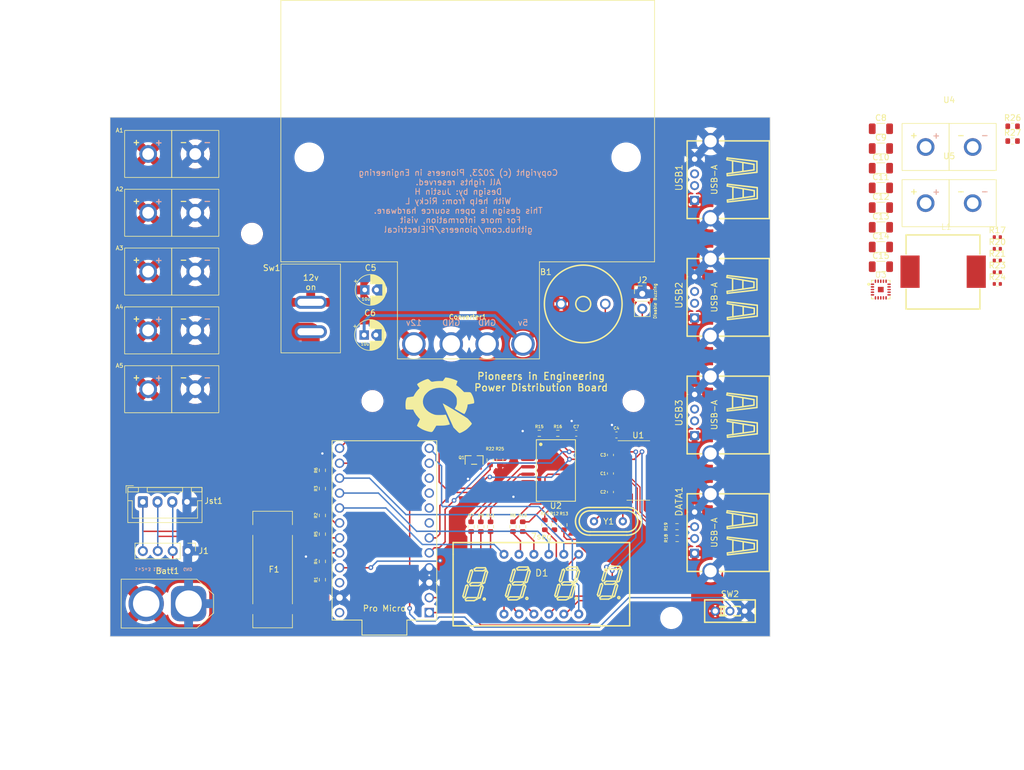
<source format=kicad_pcb>
(kicad_pcb (version 20221018) (generator pcbnew)
  (layers (0 "F.Cu" signal) (31 "B.Cu" signal) (34 "B.Paste" user) (35 "F.Paste" user) (36 "B.SilkS" user "B.Silkscreen") (37 "F.SilkS" user "F.Silkscreen") (38 "B.Mask" user) (39 "F.Mask" user) (44 "Edge.Cuts" user))
  (net 0 "")
  (net 1 "GND")
  (net 2 "/12v")
  (net 3 "/5v")
  (net 4 "/collector")
  (net 5 "Net-(U1-XI)")
  (net 6 "Net-(U1-XO)")
  (net 7 "Net-(U1-V3)")
  (net 8 "/Vin")
  (net 9 "/SW")
  (net 10 "/Dig4")
  (net 11 "/BST")
  (net 12 "/Dig3")
  (net 13 "/Dig2")
  (net 14 "/Vout")
  (net 15 "Net-(D1-E)")
  (net 16 "/Dig1")
  (net 17 "/Cell1")
  (net 18 "/Cell1+2")
  (net 19 "/Cell1+2+3")
  (net 20 "/DP")
  (net 21 "/E")
  (net 22 "/D")
  (net 23 "/C")
  (net 24 "/A")
  (net 25 "/B")
  (net 26 "/Buzzer")
  (net 27 "/G")
  (net 28 "/F")
  (net 29 "Net-(D1-D)")
  (net 30 "Net-(D1-DP)")
  (net 31 "/Cell1_s")
  (net 32 "/Cell1+2_s")
  (net 33 "/Cell1+2+3_s")
  (net 34 "Net-(D1-C)")
  (net 35 "Net-(DATA1-D-)")
  (net 36 "Net-(DATA1-D+)")
  (net 37 "/Tx")
  (net 38 "/D+")
  (net 39 "/D-")
  (net 42 "/battery")
  (net 43 "/fuse out")
  (net 44 "/base")
  (net 50 "/toggle")
  (net 51 "Net-(D1-G)")
  (net 52 "Net-(D1-B)")
  (net 53 "Net-(D1-F)")
  (net 54 "Net-(D1-A)")
  (net 56 "/VCC")
  (net 57 "/Rx")
  (net 58 "/SDA")
  (net 59 "/SCL")
  (net 60 "Net-(U3-PGOOD)")
  (net 61 "/EN")
  (net 68 "/MODE")
  (net 69 "/FB")
  (footprint "Resistor_SMD:R_0603_1608Metric" (layer "F.Cu") (at 134.6454 86.1822 90)
    (fp_text reference "R13")
    (fp_text value "200")
  )
  (footprint "Capacitor_THT:CP_Radial_D5.0mm_P2.00mm" (layer "F.Cu") (at 100.695688 53.8988)
    (fp_text reference "C6")
    (fp_text value "10u")
  )
  (footprint "PiE_Footprints:PinHeader_1x02_P2.54mm_Vertical" (layer "F.Cu") (at 147.955 46.8834)
    (fp_text reference "J2")
    (fp_text value "Conn_01x02")
  )
  (footprint "Capacitor_SMD:C_1206_3216Metric" (layer "F.Cu") (at 188.498 38.932)
    (fp_text reference "C14")
    (fp_text value "47u")
  )
  (footprint "Resistor_SMD:R_0402_1005Metric" (layer "F.Cu") (at 208.278 41.232)
    (fp_text reference "R21")
    (fp_text value "51k")
  )
  (footprint "Resistor_SMD:R_0603_1608Metric" (layer "F.Cu") (at 210.878 18.412)
    (fp_text reference "R26")
    (fp_text value "110k")
  )
  (footprint "PiE_Footprints:USB-A_female" (layer "F.Cu") (at 158.2 47.498 90)
    (fp_text reference "USB2")
    (fp_text value "USB" hide)
  )
  (footprint "Capacitor_SMD:C_1206_3216Metric" (layer "F.Cu") (at 188.498 42.282)
    (fp_text reference "C15")
    (fp_text value "47u")
  )
  (footprint "Resistor_SMD:R_0603_1608Metric" (layer "F.Cu") (at 118.872 86.487 90)
    (fp_text reference "R7")
    (fp_text value "200")
  )
  (footprint "Resistor_SMD:R_0603_1608Metric" (layer "F.Cu") (at 93.599 76.898 90)
    (fp_text reference "R6")
    (fp_text value "10000")
  )
  (footprint "PiE_Footprints:JST_XH_B4B-XH-A_1x04_P2.50mm_Vertical" (layer "F.Cu") (at 63.0936 82.2706)
    (fp_text reference "Jst1")
    (fp_text value "JST-XH_4-pin")
  )
  (footprint "PiE_Footprints:LED-SEG-TH_12P-L30.0-W13.7-P2.54-S10.16-BL" (layer "F.Cu") (at 130.81 96.266)
    (fp_text reference "D1")
    (fp_text value "4_digit_7_segment_display" hide)
  )
  (footprint "Capacitor_SMD:C_0603_1608Metric" (layer "F.Cu") (at 143.5608 70.8914 180)
    (fp_text reference "C4")
    (fp_text value "0.1uF")
  )
  (footprint "Resistor_SMD:R_0603_1608Metric" (layer "F.Cu") (at 210.878 20.922)
    (fp_text reference "R27")
    (fp_text value "15k")
  )
  (footprint "PiE_Footprints:Buzzer" (layer "F.Cu") (at 137.922 48.514)
    (fp_text reference "B1")
    (fp_text value "Buzzer")
  )
  (footprint "Resistor_SMD:R_0603_1608Metric" (layer "F.Cu") (at 125.984 86.487 -90)
    (fp_text reference "R8")
    (fp_text value "200")
  )
  (footprint "Resistor_SMD:R_0603_1608Metric" (layer "F.Cu") (at 93.599 92.393 90)
    (fp_text reference "R4")
    (fp_text value "10000")
  )
  (footprint "Capacitor_SMD:C_0603_1608Metric" (layer "F.Cu") (at 142.5448 77.4446 90)
    (fp_text reference "C1")
    (fp_text value "22pF")
  )
  (footprint "PiE_Footprints:USB-A_female" (layer "F.Cu") (at 158.2 67.498 90)
    (fp_text reference "USB3")
    (fp_text value "USB" hide)
  )
  (footprint "PiE_Footprints:anderson_horizontal" (layer "F.Cu") (at 68 29.1134)
    (fp_text reference "A2")
    (fp_text value "Anderson_Horizontal")
  )
  (footprint "Resistor_SMD:R_0603_1608Metric" (layer "F.Cu") (at 93.599 80.01 -90)
    (fp_text reference "R3")
    (fp_text value "30000")
  )
  (footprint "Resistor_SMD:R_0603_1608Metric" (layer "F.Cu") (at 93.599 84.582 -90)
    (fp_text reference "R2")
    (fp_text value "30000")
  )
  (footprint "PiE_Footprints:ProMicro-EnforcedTop" (layer "F.Cu") (at 104.14 87.122 90)
    (fp_text reference "Pro1" hide)
    (fp_text value "ProMicro")
  )
  (footprint "PiE_Footprints:Fuse Holder SMD" (layer "F.Cu") (at 85.1408 93.7768 90)
    (fp_text reference "F1")
    (fp_text value "Fuseholder")
  )
  (footprint "Resistor_SMD:R_0603_1608Metric" (layer "F.Cu") (at 133.0198 86.1822 90)
    (fp_text reference "R12")
    (fp_text value "200")
  )
  (footprint "Capacitor_SMD:C_1206_3216Metric" (layer "F.Cu") (at 188.498 25.532)
    (fp_text reference "C10")
    (fp_text value "0.1u")
  )
  (footprint "Resistor_SMD:R_0603_1608Metric" (layer "F.Cu") (at 131.3942 86.1822 -90)
    (fp_text reference "R14")
    (fp_text value "200")
  )
  (footprint "PiE_Footprints:125CDMCCDS-1R8MC" (layer "F.Cu") (at 199.618 43.134)
    (fp_text reference "L1")
    (fp_text value "1.8u")
  )
  (footprint "PiE_Footprints:JYJE S1C12000VWFAC" (layer "F.Cu") (at 142.19842 85.573871 180)
    (fp_text reference "Y1")
    (fp_text value "12MHz")
  )
  (footprint "PiE_Footprints:anderson_horizontal" (layer "F.Cu") (at 68 49.1134)
    (fp_text reference "A4")
    (fp_text value "Anderson_Horizontal")
  )
  (footprint "Capacitor_SMD:C_1206_3216Metric" (layer "F.Cu") (at 188.498 32.232)
    (fp_text reference "C12")
    (fp_text value "47u")
  )
  (footprint "PiE_Footprints:USB-A_female" (layer "F.Cu") (at 158.2 27.498 90)
    (fp_text reference "USB1")
    (fp_text value "USB" hide)
  )
  (footprint "PiE_Footprints:PCF8574T" (layer "F.Cu") (at 133.2738 76.9366)
    (fp_text reference "U2")
    (fp_text value "PCF8574")
  )
  (footprint "Resistor_SMD:R_0603_1608Metric" (layer "F.Cu") (at 133.604 70.612)
    (fp_text reference "R16")
    (fp_text value "4700")
  )
  (footprint "Capacitor_THT:CP_Radial_D5.0mm_P2.00mm" (layer "F.Cu") (at 100.797288 46.228)
    (fp_text reference "C5")
    (fp_text value "10u")
  )
  (footprint "Resistor_SMD:R_0603_1608Metric" (layer "F.Cu") (at 153.8732 88.4936)
    (fp_text reference "R18")
    (fp_text value "22")
  )
  (footprint "Resistor_SMD:R_0402_1005Metric" (layer "F.Cu") (at 208.278 43.222)
    (fp_text reference "R23")
    (fp_text value "200k")
  )
  (footprint "Capacitor_SMD:C_0603_1608Metric" (layer "F.Cu") (at 142.5478 74.295 90)
    (fp_text reference "C3")
    (fp_text value "0.1uF")
  )
  (footprint "PiE_Footprints:Hole_R1.62mm" (layer "F.Cu") (at 102.158 65.1256)
    (fp_text reference "REF**" hide)
    (fp_text value "Hole_R1.62mm" hide)
  )
  (footprint "PiE_Footprints:anderson_horizontal" (layer "F.Cu") (at 200.098 27.482)
    (fp_text reference "U5")
    (fp_text value "Anderson_Horizontal")
  )
  (footprint "Resistor_SMD:R_0603_1608Metric" (layer "F.Cu") (at 93.599 95.505 90)
    (fp_text reference "R1")
    (fp_text value "30000")
  )
  (footprint "Capacitor_SMD:C_1206_3216Metric" (layer "F.Cu") (at 188.498 22.182)
    (fp_text reference "C9")
    (fp_text value "22u")
  )
  (footprint "Capacitor_SMD:C_1206_3216Metric" (layer "F.Cu") (at 188.498 28.882)
    (fp_text reference "C11")
    (fp_text value "0.1u")
  )
  (footprint "PiE_Footprints:s8050 JSMSEMI" (layer "F.Cu") (at 120.3071 76.9892 -90)
    (fp_text reference "Q1")
    (fp_text value "s8050_JSMSEMI")
  )
  (footprint "PiE_Footprints:anderson_horizontal" (layer "F.Cu") (at 68 59.1134)
    (fp_text reference "A5")
    (fp_text value "Anderson_Horizontal")
  )
  (footprint "Resistor_SMD:R_0603_1608Metric" (layer "F.Cu") (at 130.4544 70.612)
    (fp_text reference "R15")
    (fp_text value "4700")
  )
  (footprint "Resistor_SMD:R_0402_1005Metric" (layer "F.Cu") (at 208.278 45.212)
    (fp_text reference "R24")
    (fp_text value "33k")
  )
  (footprint "PiE_Footprints:anderson_horizontal" (layer "F.Cu") (at 200.098 17.932)
    (fp_text reference "U4")
    (fp_text value "Anderson_Horizontal")
  )
  (footprint "PiE_Footprints:DEALON SS-12D01-G3" (layer "F.Cu") (at 162.854 100.838)
    (fp_text reference "SW2")
    (fp_text value "SW_SPDT")
  )
  (footprint "Capacitor_SMD:C_0603_1608Metric" (layer "F.Cu") (at 136.7282 70.612)
    (fp_text reference "C7")
    (fp_text value "0.1u")
  )
  (footprint "PiE_Footprints:PiE Logo" (layer "F.Cu") (at 113.6904 65.8368)
    (fp_text reference "G***" hide)
    (fp_text value "LOGO" hide)
  )
  (footprint "Resistor_SMD:R_0603_1608Metric" (layer "F.Cu") (at 93.599 87.757 90)
    (fp_text reference "R5")
    (fp_text value "10000")
  )
  (footprint "PiE_Footprints:anderson_horizontal" (layer "F.Cu") (at 68 39.1134)
    (fp_text reference "A3")
    (fp_text value "Anderson_Horizontal")
  )
  (footprint "PiE_Footprints:TPS56C230RJER" (layer "F.Cu") (at 188.477 46.169)
    (fp_text reference "U3")
    (fp_text value "~")
  )
  (footprint "PiE_Footprints:5v_converter" (layer "F.Cu") (at 118.2878 23.6728 180)
    (fp_text reference "Converter1")
    (fp_text value "5v_converter")
  )
  (footprint "Resistor_SMD:R_0603_1608Metric" (layer "F.Cu") (at 122.0978 75.1586 90)
    (fp_text reference "R22")
    (fp_text value "3300")
  )
  (footprint "Resistor_SMD:R_0603_1608Metric" (layer "F.Cu") (at 122.174 86.487 90)
    (fp_text reference "R11")
    (fp_text value "200")
  )
  (footprint "PiE_Footprints:anderson_horizontal" (layer "F.Cu") (at 68 19.1134)
    (fp_text reference "A1")
    (fp_text value "Anderson_Horizontal")
  )
  (footprint "Resistor_SMD:R_0603_1608Metric" (layer "F.Cu") (at 127.635 86.487 -90)
    (fp_text reference "R10")
    (fp_text value "200")
  )
  (footprint "PiE_Footprints:Rocker Switch" (layer "F.Cu") (at 91.6178 53.34 90)
    (fp_text reference "Sw1")
    (fp_text value "D-SWITCH_MR5-111-C5N-BB")
  )
  (footprint "PiE_Footprints:CH340g" (layer "F.Cu") (at 147.2692 76.9874)
    (fp_text reference "U1")
    (fp_text value "CH340G")
  )
  (footprint "Resistor_SMD:R_0603_1608Metric" (layer "F.Cu") (at 123.7488 75.1586 90)
    (fp_text reference "R25")
    (fp_text value "1000")
  )
  (footprint "PiE_Footprints:AMASS_XT60-M_1x02_P7.20mm_Vertical" (layer "F.Cu") (at 70.866 99.568 180)
    (fp_text reference "Batt1")
    (fp_text value "XT60_F")
  )
  (footprint "Capacitor_SMD:C_0603_1608Metric" (layer "F.Cu") (at 142.5448 80.5942 -90)
    (fp_text reference "C2")
    (fp_text value "22pF")
  )
  (footprint "Capacitor_SMD:C_1206_3216Metric" (layer "F.Cu") (at 188.498 18.832)
    (fp_text reference "C8")
    (fp_text value "22u")
  )
  (footprint "PiE_Footprints:Hole_R1.62mm" (layer "F.Cu") (at 81.6856 36.6776)
    (fp_text reference "REF**" hide)
    (fp_text value "Hole_R1.62mm" hide)
  )
  (footprint "PiE_Footprints:Hole_R1.62mm" (layer "F.Cu") (at 152.9334 102.0064)
    (fp_text reference "REF**" hide)
    (fp_text value "Hole_R1.62mm" hide)
  )
  (footprint "PiE_Footprints:Hole_R1.62mm" (layer "F.Cu") (at 146.506399 65.125425)
    (fp_text reference "REF**" hide)
    (fp_text value "Hole_R1.62mm" hide)
  )
  (footprint "PiE_Footprints:PinHeader_1x04_P2.54mm_Vertical" (layer "F.Cu") (at 70.7136 90.6272 -90)
    (fp_text reference "J1")
    (fp_text value "Conn_01x04")
  )
  (footprint "Resistor_SMD:R_0402_1005Metric" (layer "F.Cu") (at 208.278 39.242)
    (fp_text reference "R20")
    (fp_text value "100k")
  )
  (footprint "Resistor_SMD:R_0603_1608Metric" (layer "F.Cu") (at 153.8478 86.487)
    (fp_text reference "R19")
    (fp_text value "22")
  )
  (footprint "Resistor_SMD:R_0402_1005Metric" (layer "F.Cu") (at 208.278 37.252)
    (fp_text reference "R17")
    (fp_text value "100k")
  )
  (footprint "PiE_Footprints:USB-A_female" (layer "F.Cu") (at 158.2 87.498 90)
    (fp_text reference "DATA1")
    (fp_text value "USB" hide)
  )
  (footprint "Resistor_SMD:R_0603_1608Metric" (layer "F.Cu") (at 120.523 86.487 90)
    (fp_text reference "R9")
    (fp_text value "200")
  )
  (footprint "Capacitor_SMD:C_1206_3216Metric" (layer "F.Cu") (at 188.498 35.582)
    (fp_text reference "C13")
    (fp_text value "47u")
  )
  (gr_rect (start 57.531 16.891) (end 169.672 105.156) (stroke (width 0.1)) (fill none) (layer "Edge.Cuts"))
  (gr_text "5v" (at 127.6858 51.816) (layer "B.SilkS") (effects (font (size 1 1)) (justify mirror)))
  (gr_text "GND" (at 70.7136 93.7114 180) (layer "B.SilkS") (effects (font (size 0.5 0.5) (thickness 0.1)) (justify mirror)))
  (gr_text "1" (at 68.1736 93.7114 180) (layer "B.SilkS") (effects (font (size 0.5 0.5) (thickness 0.1)) (justify mirror)))
  (gr_text "1+2" (at 65.6336 93.7368 180) (layer "B.SilkS") (effects (font (size 0.5 0.5) (thickness 0.1)) (justify mirror)))
  (gr_text "GND" (at 121.5898 51.816) (layer "B.SilkS") (effects (font (size 1 1)) (justify mirror)))
  (gr_text "12v" (at 109.1438 51.816) (layer "B.SilkS") (effects (font (size 1 1)) (justify mirror)))
  (gr_text "1+2+3" (at 63.0936 93.7114 180) (layer "B.SilkS") (effects (font (size 0.5 0.5) (thickness 0.1)) (justify mirror)))
  (gr_text "Copyright (c) 2023, Pioneers in Engineering\nAll rights reserved.\nDesign by: Justin H\nWith help from: Ricky L\nThis design is open source hardware.\nFor more information, visit \ngithub.com/pioneers/PiElectrical" (at 116.6876 31.1404) (layer "B.SilkS") (effects (font (size 1 1)) (justify mirror)))
  (gr_text "GND" (at 115.4938 51.816) (layer "B.SilkS") (effects (font (size 1 1)) (justify mirror)))
  (gr_text "Disable Buzzing" (at 150.1394 48.133 90) (layer "F.SilkS") (effects (font (size 0.5 0.5) (thickness 0.1))))
  (gr_text "10u" (at 100.9904 47.7774) (layer "F.SilkS") (effects (font (size 0.5 0.5) (thickness 0.1))))
  (gr_text "10u" (at 100.838 55.4228) (layer "F.SilkS") (effects (font (size 0.5 0.5) (thickness 0.1))))
  (gr_text "Pioneers in Engineering\nPower Distribution Board" (at 130.7592 61.8744) (layer "F.SilkS") (effects (font (size 1.2 1.2) (thickness 0.2))))
  (gr_text "Pro Micro" (at 104.14 100.3808) (layer "F.SilkS") (effects (font (size 1 1))))
  (gr_text "12v\non" (at 91.6432 44.958) (layer "F.SilkS") (effects (font (size 1 1))))
  (segment (start 93.599 88.582) (end 93.599 91.568) (width 0.25) (layer "F.Cu") (net 1))
  (segment (start 142.7988 69.1896) (end 142.7858 69.2026) (width 0.25) (layer "F.Cu") (net 1))
  (segment (start 141.5164 76.5048) (end 141.5164 80.3562) (width 0.25) (layer "F.Cu") (net 1))
  (segment (start 126.0856 81.3816) (end 128.5238 81.3816) (width 0.25) (layer "F.Cu") (net 1))
  (segment (start 127.635 70.231) (end 128.5238 71.1198) (width 0.25) (layer "F.Cu") (net 1))
  (segment (start 120.3325 76.3651) (end 118.3386 78.359) (width 0.25) (layer "F.Cu") (net 1))
  (segment (start 128.5238 73.7616) (end 128.5238 72.4916) (width 0.25) (layer "F.Cu") (net 1))
  (segment (start 142.8366 72.2978) (end 143.0304 72.4916) (width 0.25) (layer "F.Cu") (net 1))
  (segment (start 141.5164 74.536) (end 142.5324 73.52) (width 0.25) (layer "F.Cu") (net 1))
  (segment (start 128.5238 75.0316) (end 128.5238 73.7616) (width 0.25) (layer "F.Cu") (net 1))
  (segment (start 143.0304 72.4916) (end 143.0304 73.0374) (width 0.25) (layer "F.Cu") (net 1))
  (segment (start 141.5164 80.3562) (end 142.5294 81.3692) (width 0.25) (layer "F.Cu") (net 1))
  (segment (start 142.7858 69.2026) (end 142.7858 70.8914) (width 0.25) (layer "F.Cu") (net 1))
  (segment (start 93.599 91.568) (end 90.804 91.568) (width 0.25) (layer "F.Cu") (net 1))
  (segment (start 135.9532 70.612) (end 135.9532 68.5162) (width 0.25) (layer "F.Cu") (net 1))
  (segment (start 143.0304 73.0374) (end 142.5478 73.52) (width 0.25) (layer "F.Cu") (net 1))
  (segment (start 128.5238 71.1198) (end 128.5238 72.4916) (width 0.25) (layer "F.Cu") (net 1))
  (segment (start 93.599 76.073) (end 93.599 74.041) (width 0.25) (layer "F.Cu") (net 1))
  (segment (start 141.5164 76.5048) (end 141.5164 74.536) (width 0.25) (layer "F.Cu") (net 1))
  (segment (start 142.5448 76.6696) (end 141.6966 76.6696) (width 0.25) (layer "F.Cu") (net 1))
  (segment (start 142.8366 70.8914) (end 142.8366 72.2978) (width 0.25) (layer "F.Cu") (net 1))
  (segment (start 120.3325 76.151) (end 120.3325 76.3651) (width 0.25) (layer "F.Cu") (net 1))
  (segment (start 143.0304 72.4916) (end 144.8084 72.4916) (width 0.25) (layer "F.Cu") (net 1))
  (segment (start 126.0602 81.407) (end 126.0856 81.3816) (width 0.25) (layer "F.Cu") (net 1))
  (segment (start 141.6812 76.6696) (end 141.5164 76.5048) (width 0.25) (layer "F.Cu") (net 1))
  (via (at 118.3386 78.359) (size 0.8) (drill 0.4) (layers "F.Cu" "B.Cu") (net 1))
  (via (at 135.9532 68.5162) (size 0.8) (drill 0.4) (layers "F.Cu" "B.Cu") (net 1))
  (via (at 93.599 74.041) (size 0.8) (drill 0.4) (layers "F.Cu" "B.Cu") (net 1))
  (via (at 126.0602 81.407) (size 0.8) (drill 0.4) (layers "F.Cu" "B.Cu") (net 1))
  (via (at 142.7988 69.1896) (size 0.8) (drill 0.4) (layers "F.Cu" "B.Cu") (net 1))
  (via (at 127.635 70.231) (size 0.8) (drill 0.4) (layers "F.Cu" "B.Cu") (net 1))
  (via (at 90.804 91.568) (size 0.8) (drill 0.4) (layers "F.Cu" "B.Cu") (net 1))
  (segment (start 70.7136 82.3906) (end 70.5936 82.2706) (width 0.25) (layer "B.Cu") (net 1))
  (segment (start 70.7136 90.6272) (end 70.7136 82.3906) (width 0.25) (layer "B.Cu") (net 1))
  (segment (start 132.588 68.58) (end 132.842 68.834) (width 0.25) (layer "F.Cu") (net 3))
  (segment (start 148.1582 70.8914) (end 149.7584 72.4916) (width 0.25) (layer "F.Cu") (net 3))
  (segment (start 144.3866 70.8914) (end 148.1582 70.8914) (width 0.25) (layer "F.Cu") (net 3))
  (segment (start 101.8032 93.472) (end 101.8286 93.4466) (width 0.25) (layer "F.Cu") (net 3))
  (segment (start 96.52 93.472) (end 101.8032 93.472) (width 0.25) (layer "F.Cu") (net 3))
  (segment (start 129.6294 68.9986) (end 130.048 68.58) (width 0.25) (layer "F.Cu") (net 3))
  (segment (start 156.845 97.2928) (end 160.4156 100.8634) (width 0.25) (layer "F.Cu") (net 3))
  (segment (start 156.845 90.998) (end 156.845 97.2928) (width 0.25) (layer "F.Cu") (net 3))
  (segment (start 130.048 68.58) (end 132.588 68.58) (width 0.25) (layer "F.Cu") (net 3))
  (segment (start 132.842 70.549) (end 132.779 70.612) (width 0.25) (layer "F.Cu") (net 3))
  (segment (start 138.0112 72.479) (end 138.0238 72.4916) (width 0.25) (layer "F.Cu") (net 3))
  (segment (start 129.6294 70.612) (end 129.6294 68.9986) (width 0.25) (layer "F.Cu") (net 3))
  (segment (start 132.842 68.834) (end 132.842 70.549) (width 0.25) (layer "F.Cu") (net 3))
  (via (at 101.8286 93.4466) (size 0.8) (drill 0.4) (layers "F.Cu" "B.Cu") (net 3))
  (via (at 113.6142 92.2528) (size 0.8) (drill 0.4) (layers "F.Cu" "B.Cu") (net 3))
  (segment (start 101.7016 50.5968) (end 122.8598 50.5968) (width 0.5) (layer "B.Cu") (net 3))
  (segment (start 113.52 92.347) (end 102.9282 92.347) (width 0.25) (layer "B.Cu") (net 3))
  (segment (start 102.9282 92.347) (end 101.8286 93.4466) (width 0.25) (layer "B.Cu") (net 3))
  (segment (start 100.695688 51.602712) (end 101.7016 50.5968) (width 0.5) (layer "B.Cu") (net 3))
  (segment (start 113.6142 92.2528) (end 113.52 92.347) (width 0.25) (layer "B.Cu") (net 3))
  (segment (start 122.8598 50.5968) (end 127.6858 55.4228) (width 0.5) (layer "B.Cu") (net 3))
  (segment (start 100.695688 53.8988) (end 100.695688 51.602712) (width 0.5) (layer "B.Cu") (net 3))
  (segment (start 123.7488 74.3336) (end 123.9388 74.3336) (width 0.25) (layer "F.Cu") (net 4))
  (segment (start 119.3825 74.151) (end 119.3825 73.3527) (width 0.25) (layer "F.Cu") (net 4))
  (segment (start 122.5164 73.1012) (end 123.7488 74.3336) (width 0.25) (layer "F.Cu") (net 4))
  (segment (start 123.9388 74.3336) (end 124.2314 74.041) (width 0.25) (layer "F.Cu") (net 4))
  (segment (start 124.2314 67.3608) (end 126.5428 65.0494) (width 0.25) (layer "F.Cu") (net 4))
  (segment (start 126.5428 65.0494) (end 135.2296 65.0494) (width 0.25) (layer "F.Cu") (net 4))
  (segment (start 124.2314 74.041) (end 124.2314 67.3608) (width 0.25) (layer "F.Cu") (net 4))
  (segment (start 119.634 73.1012) (end 122.5164 73.1012) (width 0.25) (layer "F.Cu") (net 4))
  (segment (start 135.2296 65.0494) (end 141.672 58.607) (width 0.25) (layer "F.Cu") (net 4))
  (segment (start 141.672 58.607) (end 141.672 48.614) (width 0.25) (layer "F.Cu") (net 4))
  (segment (start 119.3825 73.3527) (end 119.634 73.1012) (width 0.25) (layer "F.Cu") (net 4))
  (segment (start 144.64842 83.95158) (end 144.64842 85.573871) (width 0.25) (layer "F.Cu") (net 5))
  (segment (start 144.431649 80.1116) (end 144.8084 80.1116) (width 0.25) (layer "F.Cu") (net 5))
  (segment (start 145.3642 80.1116) (end 146.2532 81.0006) (width 0.25) (layer "F.Cu") (net 5))
  (segment (start 146.2532 81.0006) (end 146.2532 82.3468) (width 0.25) (layer "F.Cu") (net 5))
  (segment (start 144.8084 80.1116) (end 145.3642 80.1116) (width 0.25) (layer "F.Cu") (net 5))
  (segment (start 146.2532 82.3468) (end 144.64842 83.95158) (width 0.25) (layer "F.Cu") (net 5))
  (segment (start 142.5448 78.224751) (end 144.431649 80.1116) (width 0.25) (layer "F.Cu") (net 5))
  (segment (start 144.8084 81.3816) (end 144.0972 81.3816) (width 0.25) (layer "F.Cu") (net 6))
  (segment (start 142.5448 79.8292) (end 142.5448 79.8192) (width 0.25) (layer "F.Cu") (net 6))
  (segment (start 144.8084 81.3816) (end 143.4622 82.7278) (width 0.25) (layer "F.Cu") (net 6))
  (segment (start 142.594491 82.7278) (end 139.74842 85.573871) (width 0.25) (layer "F.Cu") (net 6))
  (segment (start 143.4622 82.7278) (end 142.594491 82.7278) (width 0.25) (layer "F.Cu") (net 6))
  (segment (start 144.0972 81.3816) (end 142.5448 79.8292) (width 0.25) (layer "F.Cu") (net 6))
  (segment (start 142.5478 75.07) (end 143.7794 76.3016) (width 0.25) (layer "F.Cu") (net 7))
  (segment (start 143.7794 76.3016) (end 144.8084 76.3016) (width 0.25) (layer "F.Cu") (net 7))
  (segment (start 112.903 74.295) (end 111.76 73.152) (width 0.25) (layer "B.Cu") (net 10))
  (segment (start 114.0968 83.058) (end 114.0714 83.0834) (width 0.25) (layer "B.Cu") (net 10))
  (segment (start 113.8555 76.1873) (end 112.903 75.2348) (width 0.25) (layer "B.Cu") (net 10))
  (segment (start 136.073 88.7528) (end 130.3782 83.058) (width 0.25) (layer "B.Cu") (net 10))
  (segment (start 113.8555 82.8675) (end 113.8555 76.1873) (width 0.25) (layer "B.Cu") (net 10))
  (segment (start 137.16 96.4692) (end 136.073 95.3822) (width 0.25) (layer "B.Cu") (net 10))
  (segment (start 136.073 95.3822) (end 136.073 88.7528) (width 0.25) (layer "B.Cu") (net 10))
  (segment (start 130.3782 83.058) (end 114.0968 83.058) (width 0.25) (layer "B.Cu") (net 10))
  (segment (start 112.903 75.2348) (end 112.903 74.295) (width 0.25) (layer "B.Cu") (net 10))
  (segment (start 114.0714 83.0834) (end 113.8555 82.8675) (width 0.25) (layer "B.Cu") (net 10))
  (segment (start 137.16 101.346) (end 137.16 96.4692) (width 0.25) (layer "B.Cu") (net 10))
  (segment (start 134.62 89.154) (end 129.903 84.437) (width 0.25) (layer "B.Cu") (net 12))
  (segment (start 134.62 91.186) (end 134.62 89.154) (width 0.25) (layer "B.Cu") (net 12))
  (segment (start 101.6 78.232) (end 96.52 78.232) (width 0.25) (layer "B.Cu") (net 12))
  (segment (start 129.903 84.437) (end 107.805 84.437) (width 0.25) (layer "B.Cu") (net 12))
  (segment (start 107.805 84.437) (end 101.6 78.232) (width 0.25) (layer "B.Cu") (net 12))
  (segment (start 132.08 91.186) (end 132.08 89.154) (width 0.25) (layer "B.Cu") (net 13))
  (segment (start 132.08 89.154) (end 130.193 87.267) (width 0.25) (layer "B.Cu") (net 13))
  (segment (start 130.193 87.267) (end 109.619 87.267) (width 0.25) (layer "B.Cu") (net 13))
  (segment (start 103.124 80.772) (end 96.52 80.772) (width 0.25) (layer "B.Cu") (net 13))
  (segment (start 109.619 87.267) (end 103.124 80.772) (width 0.25) (layer "B.Cu") (net 13))
  (segment (start 124.46 101.346) (end 124.46 99.314) (width 0.25) (layer "F.Cu") (net 15))
  (segment (start 124.46 99.314) (end 118.872 93.726) (width 0.25) (layer "F.Cu") (net 15))
  (segment (start 118.872 93.726) (end 118.872 87.312) (width 0.25) (layer "F.Cu") (net 15))
  (segment (start 104.394 83.312) (end 96.52 83.312) (width 0.25) (layer "B.Cu") (net 16))
  (segment (start 124.46 91.186) (end 122.791 89.517) (width 0.25) (layer "B.Cu") (net 16))
  (segment (start 122.791 89.517) (end 110.599 89.517) (width 0.25) (layer "B.Cu") (net 16))
  (segment (start 110.599 89.517) (end 104.394 83.312) (width 0.25) (layer "B.Cu") (net 16))
  (segment (start 89.2556 93.4212) (end 68.6816 93.4212) (width 0.25) (layer "F.Cu") (net 17))
  (segment (start 68.1736 92.9132) (end 68.1736 90.6272) (width 0.25) (layer "F.Cu") (net 17))
  (segment (start 92.1644 96.33) (end 89.2556 93.4212) (width 0.25) (layer "F.Cu") (net 17))
  (segment (start 68.6816 93.4212) (end 68.1736 92.9132) (width 0.25) (layer "F.Cu") (net 17))
  (segment (start 93.599 96.33) (end 92.1644 96.33) (width 0.25) (layer "F.Cu") (net 17))
  (segment (start 68.1736 90.6272) (end 68.1736 82.3506) (width 0.25) (layer "B.Cu") (net 17))
  (segment (start 68.1736 82.3506) (end 68.0936 82.2706) (width 0.25) (layer "B.Cu") (net 17))
  (segment (start 92.3158 83.757) (end 93.599 83.757) (width 0.25) (layer "F.Cu") (net 18))
  (segment (start 65.6336 88.2396) (end 65.7352 88.138) (width 0.25) (layer "F.Cu") (net 18))
  (segment (start 77.5208 91.4908) (end 89.3064 91.4908) (width 0.25) (layer "F.Cu") (net 18))
  (segment (start 74.168 88.138) (end 77.5208 91.4908) (width 0.25) (layer "F.Cu") (net 18))
  (segment (start 65.6336 90.6272) (end 65.6336 88.2396) (width 0.25) (layer "F.Cu") (net 18))
  (segment (start 89.3064 91.4908) (end 91.694 89.1032) (width 0.25) (layer "F.Cu") (net 18))
  (segment (start 91.694 89.1032) (end 91.694 84.3788) (width 0.25) (layer "F.Cu") (net 18))
  (segment (start 65.7352 88.138) (end 74.168 88.138) (width 0.25) (layer "F.Cu") (net 18))
  (segment (start 91.694 84.3788) (end 92.3158 83.757) (width 0.25) (layer "F.Cu") (net 18))
  (segment (start 65.6336 90.6272) (end 65.6336 82.3106) (width 0.25) (layer "B.Cu") (net 18))
  (segment (start 65.6336 82.3106) (end 65.5936 82.2706) (width 0.25) (layer "B.Cu") (net 18))
  (segment (start 93.599 81.661) (end 93.599 80.835) (width 0.25) (layer "F.Cu") (net 19))
  (segment (start 74.676 87.2744) (end 78.0542 90.6526) (width 0.25) (layer "F.Cu") (net 19))
  (segment (start 78.0542 90.6526) (end 89.0524 90.6526) (width 0.25) (layer "F.Cu") (net 19))
  (segment (start 63.0936 87.2236) (end 63.1444 87.2744) (width 0.25) (layer "F.Cu") (net 19))
  (segment (start 91.0844 88.6206) (end 91.0844 84.1756) (width 0.25) (layer "F.Cu") (net 19))
  (segment (start 89.0524 90.6526) (end 91.0844 88.6206) (width 0.25) (layer "F.Cu") (net 19))
  (segment (start 63.1444 87.2744) (end 74.676 87.2744) (width 0.25) (layer "F.Cu") (net 19))
  (segment (start 91.0844 84.1756) (end 93.599 81.661) (width 0.25) (layer "F.Cu") (net 19))
  (segment (start 63.0936 82.2706) (end 63.0936 87.2236) (width 0.25) (layer "F.Cu") (net 19))
  (segment (start 63.0936 90.6272) (end 63.0936 82.2706) (width 0.25) (layer "B.Cu") (net 19))
  (segment (start 122.174 85.662) (end 122.174 83.439) (width 0.25) (layer "F.Cu") (net 20))
  (segment (start 122.174 83.439) (end 126.7714 78.8416) (width 0.25) (layer "F.Cu") (net 20))
  (segment (start 126.7714 78.8416) (end 128.5238 78.8416) (width 0.25) (layer "F.Cu") (net 20))
  (segment (start 118.872 85.662) (end 118.872 84.8868) (width 0.25) (layer "F.Cu") (net 21))
  (segment (start 118.872 84.8868) (end 127.4572 76.3016) (width 0.25) (layer "F.Cu") (net 21))
  (segment (start 127.4572 76.3016) (end 128.5238 76.3016) (width 0.25) (layer "F.Cu") (net 21))
  (segment (start 127.1524 77.5716) (end 128.5238 77.5716) (width 0.25) (layer "F.Cu") (net 22))
  (segment (start 120.523 85.662) (end 120.523 84.201) (width 0.25) (layer "F.Cu") (net 22))
  (segment (start 120.523 84.201) (end 127.1524 77.5716) (width 0.25) (layer "F.Cu") (net 22))
  (segment (start 133.0198 85.3572) (end 133.0452 85.3318) (width 0.25) (layer "F.Cu") (net 23))
  (segment (start 133.0452 81.1784) (end 134.112 80.1116) (width 0.25) (layer "F.Cu") (net 23))
  (segment (start 134.112 80.1116) (end 138.0238 80.1116) (width 0.25) (layer "F.Cu") (net 23))
  (segment (start 133.0452 85.3318) (end 133.0452 81.1784) (width 0.25) (layer "F.Cu") (net 23))
  (segment (start 129.0198 82.6262) (end 130.81 82.6262) (width 0.25) (layer "F.Cu") (net 24))
  (segment (start 130.3274 80.1116) (end 128.5238 80.1116) (width 0.25) (layer "F.Cu") (net 24))
  (segment (start 130.81 82.6262) (end 130.81 80.5942) (width 0.25) (layer "F.Cu") (net 24))
  (segment (start 130.81 80.5942) (end 130.3274 80.1116) (width 0.25) (layer "F.Cu") (net 24))
  (segment (start 125.984 85.662) (end 129.0198 82.6262) (width 0.25) (layer "F.Cu") (net 24))
  (segment (start 133.3754 78.8416) (end 138.0238 78.8416) (width 0.25) (layer "F.Cu") (net 25))
  (segment (start 132.207 83.566) (end 132.207 80.01) (width 0.25) (layer "F.Cu") (net 25))
  (segment (start 131.3942 85.3572) (end 131.3942 84.3788) (width 0.25) (layer "F.Cu") (net 25))
  (segment (start 132.207 80.01) (end 133.3754 78.8416) (width 0.25) (layer "F.Cu") (net 25))
  (segment (start 131.3942 84.3788) (end 132.207 83.566) (width 0.25) (layer "F.Cu") (net 25))
  (segment (start 98.298 71.374) (end 113.4364 71.374) (width 0.25) (layer "F.Cu") (net 26))
  (segment (start 96.52 73.152) (end 98.298 71.374) (width 0.25) (layer "F.Cu") (net 26))
  (segment (start 113.4364 78.8924) (end 114.5032 79.9592) (width 0.25) (layer "F.Cu") (net 26))
  (segment (start 113.4364 71.374) (end 113.4364 78.8924) (width 0.25) (layer "F.Cu") (net 26))
  (segment (start 122.0978 76.7842) (end 122.0978 75.9836) (width 0.25) (layer "F.Cu") (net 26))
  (segment (start 114.5032 79.9592) (end 118.9228 79.9592) (width 0.25) (layer "F.Cu") (net 26))
  (segment (start 118.9228 79.9592) (end 122.0978 76.7842) (width 0.25) (layer "F.Cu") (net 26))
  (segment (start 134.6454 85.3572) (end 134.6708 85.3318) (width 0.25) (layer "F.Cu") (net 27))
  (segment (start 134.6708 85.3318) (end 134.6708 81.5848) (width 0.25) (layer "F.Cu") (net 27))
  (segment (start 134.874 81.3816) (end 138.0238 81.3816) (width 0.25) (layer "F.Cu") (net 27))
  (segment (start 134.6708 81.5848) (end 134.874 81.3816) (width 0.25) (layer "F.Cu") (net 27))
  (segment (start 131.4196 82.9564) (end 131.4196 78.0796) (width 0.25) (layer "F.Cu") (net 28))
  (segment (start 127.635 85.662) (end 128.714 85.662) (width 0.25) (layer "F.Cu") (net 28))
  (segment (start 128.714 85.662) (end 131.4196 82.9564) (width 0.25) (layer "F.Cu") (net 28))
  (segment (start 131.4196 78.0796) (end 131.9276 77.5716) (width 0.25) (layer "F.Cu") (net 28))
  (segment (start 131.9276 77.5716) (end 138.0238 77.5716) (width 0.25) (layer "F.Cu") (net 28))
  (segment (start 120.523 93.345) (end 120.523 87.312) (width 0.25) (layer "F.Cu") (net 29))
  (segment (start 126.238 99.06) (end 120.523 93.345) (width 0.25) (layer "F.Cu") (net 29))
  (segment (start 126.238 100.584) (end 126.238 99.06) (width 0.25) (layer "F.Cu") (net 29))
  (segment (start 127 101.346) (end 126.238 100.584) (width 0.25) (layer "F.Cu") (net 29))
  (segment (start 122.174 93.98) (end 122.174 87.312) (width 0.25) (layer "F.Cu") (net 30))
  (segment (start 129.54 101.346) (end 122.174 93.98) (width 0.25) (layer "F.Cu") (net 30))
  (segment (start 94.996 90.932) (end 96.52 90.932) (width 0.25) (layer "F.Cu") (net 31))
  (segment (start 93.599 93.218) (end 94.742 92.075) (width 0.25) (layer "F.Cu") (net 31))
  (segment (start 93.599 93.218) (end 93.599 94.68) (width 0.25) (layer "F.Cu") (net 31))
  (segment (start 94.742 92.075) (end 94.742 91.186) (width 0.25) (layer "F.Cu") (net 31))
  (segment (start 94.742 91.186) (end 94.996 90.932) (width 0.25) (layer "F.Cu") (net 31))
  (segment (start 95.059 88.392) (end 96.52 88.392) (width 0.25) (layer "F.Cu") (net 32))
  (segment (start 93.599 86.932) (end 95.059 88.392) (width 0.25) (layer "F.Cu") (net 32))
  (segment (start 93.599 86.932) (end 93.599 85.407) (width 0.25) (layer "F.Cu") (net 32))
  (segment (start 94.742 79.756) (end 94.742 84.836) (width 0.25) (layer "F.Cu") (net 33))
  (segment (start 94.742 84.836) (end 95.758 85.852) (width 0.25) (layer "F.Cu") (net 33))
  (segment (start 93.599 77.723) (end 93.599 79.185) (width 0.25) (layer "F.Cu") (net 33))
  (segment (start 93.599 79.185) (end 94.171 79.185) (width 0.25) (layer "F.Cu") (net 33))
  (segment (start 95.758 85.852) (end 96.52 85.852) (width 0.25) (layer "F.Cu") (net 33))
  (segment (start 94.171 79.185) (end 94.742 79.756) (width 0.25) (layer "F.Cu") (net 33))
  (segment (start 138.4808 98.298) (end 138.938 97.8408) (width 0.25) (layer "F.Cu") (net 34))
  (segment (start 134.7724 89.3064) (end 133.0198 87.5538) (width 0.25) (layer "F.Cu") (net 34))
  (segment (start 138.938 91.3384) (end 136.906 89.3064) (width 0.25) (layer "F.Cu") (net 34))
  (segment (start 138.938 97.8408) (end 138.938 91.3384) (width 0.25) (layer "F.Cu") (net 34))
  (segment (start 132.08 101.346) (end 135.128 98.298) (width 0.25) (layer "F.Cu") (net 34))
  (segment (start 135.128 98.298) (end 138.4808 98.298) (width 0.25) (layer "F.Cu") (net 34))
  (segment (start 136.906 89.3064) (end 134.7724 89.3064) (width 0.25) (layer "F.Cu") (net 34))
  (segment (start 133.0198 87.5538) (end 133.0198 87.0072) (width 0.25) (layer "F.Cu") (net 34))
  (segment (start 156.8406 88.4936) (end 156.845 88.498) (width 0.25) (layer "F.Cu") (net 35))
  (segment (start 154.6982 88.4936) (end 156.8406 88.4936) (width 0.25) (layer "F.Cu") (net 35))
  (segment (start 156.834 86.487) (end 156.845 86.498) (width 0.25) (layer "F.Cu") (net 36))
  (segment (start 154.6728 86.487) (end 156.834 86.487) (width 0.25) (layer "F.Cu") (net 36))
  (segment (start 142.8496 93.9546) (end 142.8496 99.1616) (width 0.25) (layer "F.Cu") (net 37))
  (segment (start 118.3894 101.092) (end 111.76 101.092) (width 0.25) (layer "F.Cu") (net 37))
  (segment (start 142.8496 99.1616) (end 138.7856 103.2256) (width 0.25) (layer "F.Cu") (net 37))
  (segment (start 120.523 103.2256) (end 118.3894 101.092) (width 0.25) (layer "F.Cu") (net 37))
  (segment (start 147.9072 73.7362) (end 146.6118 75.0316) (width 0.25) (layer "F.Cu") (net 37))
  (segment (start 138.7856 103.2256) (end 120.523 103.2256) (width 0.25) (layer "F.Cu") (net 37))
  (segment (start 146.6118 75.0316) (end 144.8084 75.0316) (width 0.25) (layer "F.Cu") (net 37))
  (via (at 142.8496 93.9546) (size 0.8) (drill 0.4) (layers "F.Cu" "B.Cu") (net 37))
  (via (at 147.9072 73.7362) (size 0.8) (drill 0.4) (layers "F.Cu" "B.Cu") (net 37))
  (segment (start 147.9042 73.7392) (end 147.9072 73.7362) (width 0.25) (layer "B.Cu") (net 37))
  (segment (start 147.9042 88.9) (end 147.9042 73.7392) (width 0.25) (layer "B.Cu") (net 37))
  (segment (start 142.8496 93.9546) (end 147.9042 88.9) (width 0.25) (layer "B.Cu") (net 37))
  (segment (start 150.867599 87.252599) (end 152.257201 87.252599) (width 0.2) (layer "F.Cu") (net 38))
  (segment (start 152.257201 87.252599) (end 153.0228 86.487) (width 0.2) (layer "F.Cu") (net 38))
  (segment (start 144.8084 77.5716) (end 145.218399 77.981599) (width 0.2) (layer "F.Cu") (net 38))
  (segment (start 145.218399 77.981599) (end 145.787599 77.981599) (width 0.2) (layer "F.Cu") (net 38))
  (segment (start 145.787599 77.981599) (end 147.5704 79.7644) (width 0.2) (layer "F.Cu") (net 38))
  (segment (start 147.5704 79.7644) (end 147.5704 83.9554) (width 0.2) (layer "F.Cu") (net 38))
  (segment (start 147.5704 83.9554) (end 150.867599 87.252599) (width 0.2) (layer "F.Cu") (net 38))
  (segment (start 150.681201 87.702601) (end 152.257201 87.702601) (width 0.2) (layer "F.Cu") (net 39))
  (segment (start 152.257201 87.702601) (end 153.0482 88.4936) (width 0.2) (layer "F.Cu") (net 39))
  (segment (start 147.1204 79.9508) (end 147.1204 84.1418) (width 0.2) (layer "F.Cu") (net 39))
  (segment (start 147.1204 84.1418) (end 150.681201 87.702601) (width 0.2) (layer "F.Cu") (net 39))
  (segment (start 145.218399 78.431601) (end 145.601201 78.431601) (width 0.2) (layer "F.Cu") (net 39))
  (segment (start 144.8084 78.8416) (end 145.218399 78.431601) (width 0.2) (layer "F.Cu") (net 39))
  (segment (start 145.601201 78.431601) (end 147.1204 79.9508) (width 0.2) (layer "F.Cu") (net 39))
  (segment (start 91.6178 53.34) (end 84.582 53.34) (width 3.048) (layer "F.Cu") (net 43))
  (segment (start 88.3158 59.6138) (end 88.3158 87.0458) (width 3.048) (layer "F.Cu") (net 43))
  (segment (start 91.6178 55.9562) (end 88.3158 59.2582) (width 3.048) (layer "F.Cu") (net 43))
  (segment (start 84.582 53.34) (end 82.042 55.88) (width 3.048) (layer "F.Cu") (net 43))
  (segment (start 82.042 55.88) (end 82.0928 55.9308) (width 0.25) (layer "F.Cu") (net 43))
  (segment (start 82.0928 55.9308) (end 82.0928 87.0458) (width 3.048) (layer "F.Cu") (net 43))
  (segment (start 91.6178 53.34) (end 91.6178 55.9562) (width 3.048) (layer "F.Cu") (net 43))
  (segment (start 88.3158 59.2582) (end 88.3158 59.6138) (width 0.25) (layer "F.Cu") (net 43))
  (segment (start 118.4325 76.1061) (end 119.4376 75.101) (width 0.25) (layer "F.Cu") (net 44))
  (segment (start 124.7775 68.1355) (end 127.2286 65.6844) (width 0.25) (layer "F.Cu") (net 44))
  (segment (start 124.6632 75.184) (end 124.7775 75.0697) (width 0.25) (layer "F.Cu") (net 44))
  (segment (start 127.2286 65.6844) (end 135.8392 65.6844) (width 0.25) (layer "F.Cu") (net 44))
  (segment (start 122.0978 74.3336) (end 122.531338 74.3336) (width 0.25) (layer "F.Cu") (net 44))
  (segment (start 122.531338 74.3336) (end 122.936 74.738262) (width 0.25) (layer "F.Cu") (net 44))
  (segment (start 147.955 53.5686) (end 147.955 49.4234) (width 0.25) (layer "F.Cu") (net 44))
  (segment (start 122.936 75.184) (end 124.6632 75.184) (width 0.25) (layer "F.Cu") (net 44))
  (segment (start 135.8392 65.6844) (end 147.955 53.5686) (width 0.25) (layer "F.Cu") (net 44))
  (segment (start 119.4376 75.101) (end 119.4444 75.1078) (width 0.25) (layer "F.Cu") (net 44))
  (segment (start 124.7775 75.0697) (end 124.7775 68.1355) (width 0.25) (layer "F.Cu") (net 44))
  (segment (start 122.936 74.738262) (end 122.936 75.184) (width 0.25) (layer "F.Cu") (net 44))
  (segment (start 121.3236 75.1078) (end 122.0978 74.3336) (width 0.25) (layer "F.Cu") (net 44))
  (segment (start 118.4325 76.151) (end 118.4325 76.1061) (width 0.25) (layer "F.Cu") (net 44))
  (segment (start 119.4444 75.1078) (end 121.3236 75.1078) (width 0.25) (layer "F.Cu") (net 44))
  (segment (start 108.4326 82.0928) (end 108.4326 100.3808) (width 0.25) (layer "F.Cu") (net 50))
  (segment (start 96.52 75.692) (end 102.0318 75.692) (width 0.25) (layer "F.Cu") (net 50))
  (segment (start 102.0318 75.692) (end 108.4326 82.0928) (width 0.25) (layer "F.Cu") (net 50))
  (via (at 108.4326 100.3808) (size 0.8) (drill 0.4) (layers "F.Cu" "B.Cu") (net 50))
  (segment (start 162.9156 100.8634) (end 162.9156 99.949) (width 0.25) (layer "B.Cu") (net 50))
  (segment (start 108.4326 101.3206) (end 108.4326 100.3808) (width 0.25) (layer "B.Cu") (net 50))
  (segment (start 140.6652 103.5558) (end 119.4816 103.5558) (width 0.25) (layer "B.Cu") (net 50))
  (segment (start 161.5186 98.552) (end 145.669 98.552) (width 0.25) (layer "B.Cu") (net 50))
  (segment (start 113.4364 101.854) (end 112.776 102.5144) (width 0.25) (layer "B.Cu") (net 50))
  (segment (start 112.776 102.5144) (end 109.6264 102.5144) (width 0.25) (layer "B.Cu") (net 50))
  (segment (start 145.669 98.552) (end 140.6652 103.5558) (width 0.25) (layer "B.Cu") (net 50))
  (segment (start 117.7798 101.854) (end 113.4364 101.854) (width 0.25) (layer "B.Cu") (net 50))
  (segment (start 109.6264 102.5144) (end 108.4326 101.3206) (width 0.25) (layer "B.Cu") (net 50))
  (segment (start 119.4816 103.5558) (end 117.7798 101.854) (width 0.25) (layer "B.Cu") (net 50))
  (segment (start 162.9156 99.949) (end 161.5186 98.552) (width 0.25) (layer "B.Cu") (net 50))
  (segment (start 138.812396 99.06) (end 139.713398 98.158998) (width 0.25) (layer "F.Cu") (net 51))
  (segment (start 137.16 88.646) (end 135.128 88.646) (width 0.25) (layer "F.Cu") (net 51))
  (segment (start 139.713398 91.199398) (end 137.16 88.646) (width 0.25) (layer "F.Cu") (net 51))
  (segment (start 134.874 101.346) (end 137.16 99.06) (width 0.25) (layer "F.Cu") (net 51))
  (segment (start 134.62 101.346) (end 134.874 101.346) (width 0.25) (layer "F.Cu") (net 51))
  (segment (start 135.128 88.646) (end 134.6454 88.1634) (width 0.25) (layer "F.Cu") (net 51))
  (segment (start 134.6454 88.1634) (end 134.6454 87.0072) (width 0.25) (layer "F.Cu") (net 51))
  (segment (start 139.713398 98.158998) (end 139.713398 91.199398) (width 0.25) (layer "F.Cu") (net 51))
  (segment (start 137.16 99.06) (end 138.812396 99.06) (width 0.25) (layer "F.Cu") (net 51))
  (segment (start 133.35 88.963) (end 133.35 92.8624) (width 0.25) (layer "F.Cu") (net 52))
  (segment (start 133.35 92.8624) (end 135.4836 92.8624) (width 0.25) (layer "F.Cu") (net 52))
  (segment (start 131.3942 87.0072) (end 133.35 88.963) (width 0.25) (layer "F.Cu") (net 52))
  (segment (start 135.4836 92.8624) (end 137.16 91.186) (width 0.25) (layer "F.Cu") (net 52))
  (segment (start 127.635 87.312) (end 127.952 87.312) (width 0.25) (layer "F.Cu") (net 53))
  (segment (start 127.952 87.312) (end 129.54 88.9) (width 0.25) (layer "F.Cu") (net 53))
  (segment (start 129.54 88.9) (end 129.54 91.186) (width 0.25) (layer "F.Cu") (net 53))
  (segment (start 125.984 87.63) (end 127.254 88.9) (width 0.25) (layer "F.Cu") (net 54))
  (segment (start 127.254 88.9) (end 127.254 90.932) (width 0.25) (layer "F.Cu") (net 54))
  (segment (start 127.254 90.932) (end 127 91.186) (width 0.25) (layer "F.Cu") (net 54))
  (segment (start 125.984 87.312) (end 125.984 87.63) (width 0.25) (layer "F.Cu") (net 54))
  (segment (start 123.4948 102.7176) (end 119.3292 98.552) (width 0.25) (layer "F.Cu") (net 57))
  (segment (start 146.853296 73.765505) (end 146.849391 73.7616) (width 0.25) (layer "F.Cu") (net 57))
  (segment (start 141.859 93.345) (end 141.859 99.0346) (width 0.25) (layer "F.Cu") (net 57))
  (segment (start 146.849391 73.7616) (end 144.8084 73.7616) (width 0.25) (layer "F.Cu") (net 57))
  (segment (start 138.176 102.7176) (end 123.4948 102.7176) (width 0.25) (layer "F.Cu") (net 57))
  (segment (start 141.859 99.0346) (end 138.176 102.7176) (width 0.25) (layer "F.Cu") (net 57))
  (segment (start 119.3292 98.552) (end 111.76 98.552) (width 0.25) (layer "F.Cu") (net 57))
  (via (at 141.859 93.345) (size 0.8) (drill 0.4) (layers "F.Cu" "B.Cu") (net 57))
  (via (at 146.853296 73.765505) (size 0.8) (drill 0.4) (layers "F.Cu" "B.Cu") (net 57))
  (segment (start 146.853296 73.765505) (end 146.8628 73.775009) (width 0.25) (layer "B.Cu") (net 57))
  (segment (start 146.8628 88.3412) (end 141.859 93.345) (width 0.25) (layer "B.Cu") (net 57))
  (segment (start 146.8628 73.775009) (end 146.8628 88.3412) (width 0.25) (layer "B.Cu") (net 57))
  (segment (start 134.4798 72.707) (end 135.5344 73.7616) (width 0.25) (layer "F.Cu") (net 58))
  (segment (start 113.4618 90.0684) (end 112.6236 90.0684) (width 0.25) (layer "F.Cu") (net 58))
  (segment (start 112.6236 90.0684) (end 111.76 90.932) (width 0.25) (layer "F.Cu") (net 58))
  (segment (start 134.4798 70.612) (end 134.4798 72.707) (width 0.25) (layer "F.Cu") (net 58))
  (segment (start 114.4524 83.5406) (end 114.4524 89.0778) (width 0.25) (layer "F.Cu") (net 58))
  (segment (start 115.9764 82.0166) (end 114.4524 83.5406) (width 0.25) (layer "F.Cu") (net 58))
  (segment (start 114.4524 89.0778) (end 113.4618 90.0684) (width 0.25) (layer "F.Cu") (net 58))
  (segment (start 138.0238 73.7616) (end 135.5344 73.7616) (width 0.25) (layer "F.Cu") (net 58))
  (via (at 135.5344 73.7616) (size 0.8) (drill 0.4) (layers "F.Cu" "B.Cu") (net 58))
  (via (at 115.9764 82.0166) (size 0.8) (drill 0.4) (layers "F.Cu" "B.Cu") (net 58))
  (segment (start 115.9764 82.0166) (end 122.3264 75.6666) (width 0.25) (layer "B.Cu") (net 58))
  (segment (start 132.5118 75.6666) (end 134.4168 73.7616) (width 0.25) (layer "B.Cu") (net 58))
  (segment (start 134.4168 73.7616) (end 135.5344 73.7616) (width 0.25) (layer "B.Cu") (net 58))
  (segment (start 122.3264 75.6666) (end 132.5118 75.6666) (width 0.25) (layer "B.Cu") (net 58))
  (segment (start 115.7986 80.6704) (end 113.5634 82.9056) (width 0.25) (layer "F.Cu") (net 59))
  (segment (start 112.903 88.392) (end 111.76 88.392) (width 0.25) (layer "F.Cu") (net 59))
  (segment (start 131.3556 70.612) (end 131.3556 70.802) (width 0.25) (layer "F.Cu") (net 59))
  (segment (start 119.0244 80.6704) (end 115.7986 80.6704) (width 0.25) (layer "F.Cu") (net 59))
  (segment (start 121.5898 78.105) (end 121.9708 78.105) (width 0.25) (layer "F.Cu") (net 59))
  (segment (start 121.9708 78.105) (end 122.047 78.0288) (width 0.25) (layer "F.Cu") (net 59))
  (segment (start 121.5898 78.105) (end 119.0244 80.6704) (width 0.25) (layer "F.Cu") (net 59))
  (segment (start 113.5634 82.9056) (end 113.5634 87.7316) (width 0.25) (layer "F.Cu") (net 59))
  (segment (start 113.5634 87.7316) (end 112.903 88.392) (width 0.25) (layer "F.Cu") (net 59))
  (segment (start 138.0238 75.0316) (end 135.5852 75.0316) (width 0.25) (layer "F.Cu") (net 59))
  (segment (start 131.3556 70.802) (end 135.5852 75.0316) (width 0.25) (layer "F.Cu") (net 59))
  (via (at 122.047 78.0288) (size 0.8) (drill 0.4) (layers "F.Cu" "B.Cu") (net 59))
  (via (at 135.5852 75.0316) (size 0.8) (drill 0.4) (layers "F.Cu" "B.Cu") (net 59))
  (segment (start 132.5372 78.0796) (end 135.5852 75.0316) (width 0.25) (layer "B.Cu") (net 59))
  (segment (start 122.0978 78.0796) (end 132.5372 78.0796) (width 0.25) (layer "B.Cu") (net 59))
  (segment (start 122.047 78.0288) (end 122.0978 78.0796) (width 0.25) (layer "B.Cu") (net 59))
  (zone (net 42) (net_name "/battery") (layer "F.Cu") (priority 1) (connect_pads (clearance 0.508)) (min_thickness 0.254) (fill yes (thermal_gap 1) (thermal_bridge_width 2))
    (polygon (pts (xy 94.7928 104.0384) (xy 58.928 103.9876) (xy 58.928 93.8784) (xy 94.7928 93.8784)))
  )
  (zone (net 2) (net_name "/12v") (layer "F.Cu") (priority 1) (connect_pads (clearance 1)) (min_thickness 1) (fill yes (thermal_gap 1) (thermal_bridge_width 1.5))
    (polygon (pts (xy 75.9714 28.7528) (xy 116.8908 28.7528) (xy 116.8908 59.3344) (xy 117.0178 59.3344) (xy 117.0178 70.3326) (xy 78.1304 70.3326) (xy 76.03688 70.34981) (xy 60.00948 70.37521) (xy 60.0202 19.2532) (xy 60.0202 19.1262) (xy 75.9968 19.1262)))
  )
  (zone (net 3) (net_name "/5v") (layer "F.Cu") (priority 1) (connect_pads (clearance 0.508)) (min_thickness 0.254) (fill yes (thermal_gap 0.254) (thermal_bridge_width 1))
    (polygon (pts (xy 160.0454 28.575) (xy 159.9184 92.5322) (xy 161.6964 92.5322) (xy 161.6964 102.1588) (xy 156.2608 102.1588) (xy 156.2608 94.0054) (xy 113.0808 94.0054) (xy 113.0808 73.6854) (xy 119.8626 73.7108) (xy 119.7864 28.5496)))
  )
  (zone (net 1) (net_name "GND") (layer "B.Cu") (priority 1) (connect_pads (clearance 0.508)) (min_thickness 0.254) (fill yes (thermal_gap 1) (thermal_bridge_width 1.5))
    (polygon (pts (xy 169.6466 105.1306) (xy 57.5564 105.1306) (xy 57.5564 16.9164) (xy 169.6466 16.9164)))
  )
)
</source>
